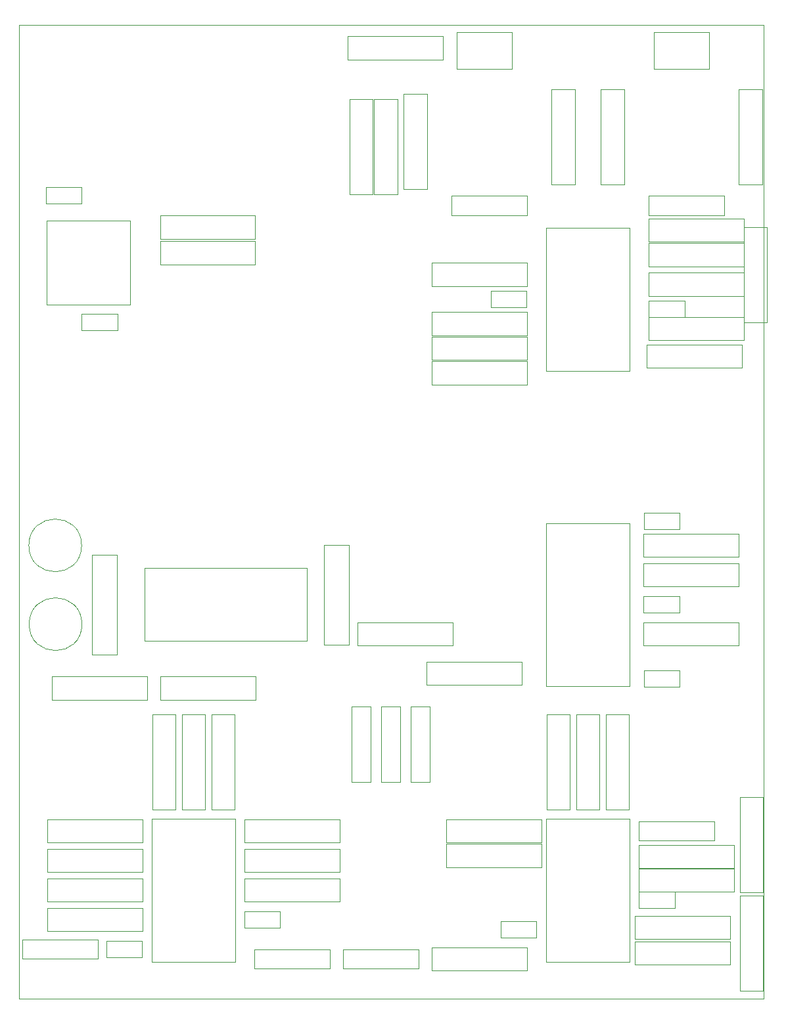
<source format=gbr>
%TF.GenerationSoftware,KiCad,Pcbnew,(5.1.9)-1*%
%TF.CreationDate,2021-10-01T12:29:47+01:00*%
%TF.ProjectId,KOSMOS Function Generator,4b4f534d-4f53-4204-9675-6e6374696f6e,rev?*%
%TF.SameCoordinates,Original*%
%TF.FileFunction,Other,User*%
%FSLAX46Y46*%
G04 Gerber Fmt 4.6, Leading zero omitted, Abs format (unit mm)*
G04 Created by KiCad (PCBNEW (5.1.9)-1) date 2021-10-01 12:29:47*
%MOMM*%
%LPD*%
G01*
G04 APERTURE LIST*
%TA.AperFunction,Profile*%
%ADD10C,0.050000*%
%TD*%
%ADD11C,0.050000*%
G04 APERTURE END LIST*
D10*
X19430000Y-142240000D02*
X19430000Y-16680000D01*
X115400000Y-142240000D02*
X19430000Y-142240000D01*
X115400000Y-16680000D02*
X115400000Y-142240000D01*
X19430000Y-16680000D02*
X115400000Y-16680000D01*
D11*
%TO.C,R45*%
X63085000Y-96750000D02*
X63085000Y-93750000D01*
X63085000Y-93750000D02*
X75345000Y-93750000D01*
X75345000Y-93750000D02*
X75345000Y-96750000D01*
X75345000Y-96750000D02*
X63085000Y-96750000D01*
%TO.C,R25*%
X91035000Y-24985000D02*
X91035000Y-37245000D01*
X88035000Y-24985000D02*
X91035000Y-24985000D01*
X88035000Y-37245000D02*
X88035000Y-24985000D01*
X91035000Y-37245000D02*
X88035000Y-37245000D01*
%TO.C,R21*%
X112800000Y-42765000D02*
X115800000Y-42765000D01*
X115800000Y-42765000D02*
X115800000Y-55025000D01*
X115800000Y-55025000D02*
X112800000Y-55025000D01*
X112800000Y-55025000D02*
X112800000Y-42765000D01*
%TO.C,R1*%
X48480000Y-122150000D02*
X48480000Y-119150000D01*
X48480000Y-119150000D02*
X60740000Y-119150000D01*
X60740000Y-119150000D02*
X60740000Y-122150000D01*
X60740000Y-122150000D02*
X48480000Y-122150000D01*
%TO.C,C1*%
X27550000Y-93980000D02*
G75*
G03*
X27550000Y-93980000I-3400000J0D01*
G01*
%TO.C,C2*%
X27510000Y-83820000D02*
G75*
G03*
X27510000Y-83820000I-3400000J0D01*
G01*
%TO.C,C3*%
X99320000Y-128490000D02*
X103920000Y-128490000D01*
X99320000Y-130590000D02*
X99320000Y-128490000D01*
X103920000Y-130590000D02*
X99320000Y-130590000D01*
X103920000Y-128490000D02*
X103920000Y-130590000D01*
%TO.C,C4*%
X48480000Y-133130000D02*
X48480000Y-131030000D01*
X48480000Y-131030000D02*
X53080000Y-131030000D01*
X53080000Y-131030000D02*
X53080000Y-133130000D01*
X53080000Y-133130000D02*
X48480000Y-133130000D01*
%TO.C,C5*%
X100590000Y-52290000D02*
X105190000Y-52290000D01*
X100590000Y-54390000D02*
X100590000Y-52290000D01*
X105190000Y-54390000D02*
X100590000Y-54390000D01*
X105190000Y-52290000D02*
X105190000Y-54390000D01*
%TO.C,C6*%
X81500000Y-134400000D02*
X81500000Y-132300000D01*
X81500000Y-132300000D02*
X86100000Y-132300000D01*
X86100000Y-132300000D02*
X86100000Y-134400000D01*
X86100000Y-134400000D02*
X81500000Y-134400000D01*
%TO.C,C7*%
X35300000Y-136940000D02*
X30700000Y-136940000D01*
X35300000Y-134840000D02*
X35300000Y-136940000D01*
X30700000Y-134840000D02*
X35300000Y-134840000D01*
X30700000Y-136940000D02*
X30700000Y-134840000D01*
%TO.C,C8*%
X84830000Y-53120000D02*
X80230000Y-53120000D01*
X84830000Y-51020000D02*
X84830000Y-53120000D01*
X80230000Y-51020000D02*
X84830000Y-51020000D01*
X80230000Y-53120000D02*
X80230000Y-51020000D01*
%TO.C,C9*%
X99915000Y-92490000D02*
X99915000Y-90390000D01*
X99915000Y-90390000D02*
X104515000Y-90390000D01*
X104515000Y-90390000D02*
X104515000Y-92490000D01*
X104515000Y-92490000D02*
X99915000Y-92490000D01*
%TO.C,C10*%
X104555000Y-99915000D02*
X104555000Y-102015000D01*
X104555000Y-102015000D02*
X99955000Y-102015000D01*
X99955000Y-102015000D02*
X99955000Y-99915000D01*
X99955000Y-99915000D02*
X104555000Y-99915000D01*
%TO.C,C11*%
X99955000Y-79595000D02*
X104555000Y-79595000D01*
X99955000Y-81695000D02*
X99955000Y-79595000D01*
X104555000Y-81695000D02*
X99955000Y-81695000D01*
X104555000Y-79595000D02*
X104555000Y-81695000D01*
%TO.C,D1*%
X61925000Y-83740000D02*
X61925000Y-96600000D01*
X58725000Y-83740000D02*
X61925000Y-83740000D01*
X58725000Y-96600000D02*
X58725000Y-83740000D01*
X61925000Y-96600000D02*
X58725000Y-96600000D01*
%TO.C,D2*%
X68560000Y-104614000D02*
X68560000Y-114334000D01*
X66060000Y-104614000D02*
X68560000Y-104614000D01*
X66060000Y-114334000D02*
X66060000Y-104614000D01*
X68560000Y-114334000D02*
X66060000Y-114334000D01*
%TO.C,D3*%
X99280000Y-121900000D02*
X99280000Y-119400000D01*
X99280000Y-119400000D02*
X109000000Y-119400000D01*
X109000000Y-119400000D02*
X109000000Y-121900000D01*
X109000000Y-121900000D02*
X99280000Y-121900000D01*
%TO.C,D4*%
X72370000Y-114334000D02*
X69870000Y-114334000D01*
X69870000Y-114334000D02*
X69870000Y-104614000D01*
X69870000Y-104614000D02*
X72370000Y-104614000D01*
X72370000Y-104614000D02*
X72370000Y-114334000D01*
%TO.C,D5*%
X28880000Y-85010000D02*
X32080000Y-85010000D01*
X32080000Y-85010000D02*
X32080000Y-97870000D01*
X32080000Y-97870000D02*
X28880000Y-97870000D01*
X28880000Y-97870000D02*
X28880000Y-85010000D01*
%TO.C,D6*%
X100550000Y-41255000D02*
X100550000Y-38755000D01*
X100550000Y-38755000D02*
X110270000Y-38755000D01*
X110270000Y-38755000D02*
X110270000Y-41255000D01*
X110270000Y-41255000D02*
X100550000Y-41255000D01*
%TO.C,D7*%
X29625000Y-137140000D02*
X19905000Y-137140000D01*
X29625000Y-134640000D02*
X29625000Y-137140000D01*
X19905000Y-134640000D02*
X29625000Y-134640000D01*
X19905000Y-137140000D02*
X19905000Y-134640000D01*
%TO.C,D10*%
X84870000Y-38755000D02*
X84870000Y-41255000D01*
X84870000Y-41255000D02*
X75150000Y-41255000D01*
X75150000Y-41255000D02*
X75150000Y-38755000D01*
X75150000Y-38755000D02*
X84870000Y-38755000D01*
%TO.C,D11*%
X64750000Y-104614000D02*
X64750000Y-114334000D01*
X62250000Y-104614000D02*
X64750000Y-104614000D01*
X62250000Y-114334000D02*
X62250000Y-104614000D01*
X64750000Y-114334000D02*
X62250000Y-114334000D01*
%TO.C,D12*%
X61180000Y-138410000D02*
X61180000Y-135910000D01*
X61180000Y-135910000D02*
X70900000Y-135910000D01*
X70900000Y-135910000D02*
X70900000Y-138410000D01*
X70900000Y-138410000D02*
X61180000Y-138410000D01*
%TO.C,D13*%
X49750000Y-135910000D02*
X59470000Y-135910000D01*
X49750000Y-138410000D02*
X49750000Y-135910000D01*
X59470000Y-138410000D02*
X49750000Y-138410000D01*
X59470000Y-135910000D02*
X59470000Y-138410000D01*
%TO.C,J1*%
X35660000Y-86760000D02*
X35660000Y-96120000D01*
X56520000Y-86760000D02*
X35660000Y-86760000D01*
X56520000Y-96120000D02*
X56520000Y-86760000D01*
X35660000Y-96120000D02*
X56520000Y-96120000D01*
%TO.C,Q1*%
X82925000Y-17675000D02*
X75825000Y-17675000D01*
X82925000Y-17675000D02*
X82925000Y-22415000D01*
X75825000Y-22415000D02*
X75825000Y-17675000D01*
X75825000Y-22415000D02*
X82925000Y-22415000D01*
%TO.C,Q2*%
X101225000Y-22415000D02*
X108325000Y-22415000D01*
X101225000Y-22415000D02*
X101225000Y-17675000D01*
X108325000Y-17675000D02*
X108325000Y-22415000D01*
X108325000Y-17675000D02*
X101225000Y-17675000D01*
%TO.C,R2*%
X111032000Y-131596000D02*
X111032000Y-134596000D01*
X111032000Y-134596000D02*
X98772000Y-134596000D01*
X98772000Y-134596000D02*
X98772000Y-131596000D01*
X98772000Y-131596000D02*
X111032000Y-131596000D01*
%TO.C,R3*%
X99280000Y-125452000D02*
X99280000Y-122452000D01*
X99280000Y-122452000D02*
X111540000Y-122452000D01*
X111540000Y-122452000D02*
X111540000Y-125452000D01*
X111540000Y-125452000D02*
X99280000Y-125452000D01*
%TO.C,R4*%
X111032000Y-137898000D02*
X98772000Y-137898000D01*
X111032000Y-134898000D02*
X111032000Y-137898000D01*
X98772000Y-134898000D02*
X111032000Y-134898000D01*
X98772000Y-137898000D02*
X98772000Y-134898000D01*
%TO.C,R5*%
X48480000Y-125960000D02*
X48480000Y-122960000D01*
X48480000Y-122960000D02*
X60740000Y-122960000D01*
X60740000Y-122960000D02*
X60740000Y-125960000D01*
X60740000Y-125960000D02*
X48480000Y-125960000D01*
%TO.C,R6*%
X112292000Y-128998000D02*
X115292000Y-128998000D01*
X115292000Y-128998000D02*
X115292000Y-141258000D01*
X115292000Y-141258000D02*
X112292000Y-141258000D01*
X112292000Y-141258000D02*
X112292000Y-128998000D01*
%TO.C,R7*%
X112292000Y-128558000D02*
X112292000Y-116298000D01*
X115292000Y-128558000D02*
X112292000Y-128558000D01*
X115292000Y-116298000D02*
X115292000Y-128558000D01*
X112292000Y-116298000D02*
X115292000Y-116298000D01*
%TO.C,R8*%
X99280000Y-128500000D02*
X99280000Y-125500000D01*
X99280000Y-125500000D02*
X111540000Y-125500000D01*
X111540000Y-125500000D02*
X111540000Y-128500000D01*
X111540000Y-128500000D02*
X99280000Y-128500000D01*
%TO.C,R9*%
X60740000Y-129770000D02*
X48480000Y-129770000D01*
X60740000Y-126770000D02*
X60740000Y-129770000D01*
X48480000Y-126770000D02*
X60740000Y-126770000D01*
X48480000Y-129770000D02*
X48480000Y-126770000D01*
%TO.C,R10*%
X87400000Y-105630000D02*
X90400000Y-105630000D01*
X90400000Y-105630000D02*
X90400000Y-117890000D01*
X90400000Y-117890000D02*
X87400000Y-117890000D01*
X87400000Y-117890000D02*
X87400000Y-105630000D01*
%TO.C,R11*%
X44220000Y-117890000D02*
X44220000Y-105630000D01*
X47220000Y-117890000D02*
X44220000Y-117890000D01*
X47220000Y-105630000D02*
X47220000Y-117890000D01*
X44220000Y-105630000D02*
X47220000Y-105630000D01*
%TO.C,R12*%
X100550000Y-41680000D02*
X112810000Y-41680000D01*
X100550000Y-44680000D02*
X100550000Y-41680000D01*
X112810000Y-44680000D02*
X100550000Y-44680000D01*
X112810000Y-41680000D02*
X112810000Y-44680000D01*
%TO.C,R13*%
X112556000Y-60936000D02*
X100296000Y-60936000D01*
X112556000Y-57936000D02*
X112556000Y-60936000D01*
X100296000Y-57936000D02*
X112556000Y-57936000D01*
X100296000Y-60936000D02*
X100296000Y-57936000D01*
%TO.C,R14*%
X94210000Y-105630000D02*
X94210000Y-117890000D01*
X91210000Y-105630000D02*
X94210000Y-105630000D01*
X91210000Y-117890000D02*
X91210000Y-105630000D01*
X94210000Y-117890000D02*
X91210000Y-117890000D01*
%TO.C,R15*%
X43410000Y-105630000D02*
X43410000Y-117890000D01*
X40410000Y-105630000D02*
X43410000Y-105630000D01*
X40410000Y-117890000D02*
X40410000Y-105630000D01*
X43410000Y-117890000D02*
X40410000Y-117890000D01*
%TO.C,R16*%
X100550000Y-47855000D02*
X100550000Y-44855000D01*
X100550000Y-44855000D02*
X112810000Y-44855000D01*
X112810000Y-44855000D02*
X112810000Y-47855000D01*
X112810000Y-47855000D02*
X100550000Y-47855000D01*
%TO.C,R17*%
X100550000Y-57380000D02*
X100550000Y-54380000D01*
X100550000Y-54380000D02*
X112810000Y-54380000D01*
X112810000Y-54380000D02*
X112810000Y-57380000D01*
X112810000Y-57380000D02*
X100550000Y-57380000D01*
%TO.C,R18*%
X112810000Y-51665000D02*
X100550000Y-51665000D01*
X112810000Y-48665000D02*
X112810000Y-51665000D01*
X100550000Y-48665000D02*
X112810000Y-48665000D01*
X100550000Y-51665000D02*
X100550000Y-48665000D01*
%TO.C,R19*%
X98020000Y-117890000D02*
X95020000Y-117890000D01*
X95020000Y-117890000D02*
X95020000Y-105630000D01*
X95020000Y-105630000D02*
X98020000Y-105630000D01*
X98020000Y-105630000D02*
X98020000Y-117890000D01*
%TO.C,R20*%
X39600000Y-117890000D02*
X36600000Y-117890000D01*
X36600000Y-117890000D02*
X36600000Y-105630000D01*
X36600000Y-105630000D02*
X39600000Y-105630000D01*
X39600000Y-105630000D02*
X39600000Y-117890000D01*
%TO.C,R22*%
X35340000Y-122960000D02*
X35340000Y-125960000D01*
X35340000Y-125960000D02*
X23080000Y-125960000D01*
X23080000Y-125960000D02*
X23080000Y-122960000D01*
X23080000Y-122960000D02*
X35340000Y-122960000D01*
%TO.C,R23*%
X23080000Y-122150000D02*
X23080000Y-119150000D01*
X23080000Y-119150000D02*
X35340000Y-119150000D01*
X35340000Y-119150000D02*
X35340000Y-122150000D01*
X35340000Y-122150000D02*
X23080000Y-122150000D01*
%TO.C,R24*%
X74515000Y-119150000D02*
X86775000Y-119150000D01*
X74515000Y-122150000D02*
X74515000Y-119150000D01*
X86775000Y-122150000D02*
X74515000Y-122150000D01*
X86775000Y-119150000D02*
X86775000Y-122150000D01*
%TO.C,R26*%
X23080000Y-130580000D02*
X35340000Y-130580000D01*
X23080000Y-133580000D02*
X23080000Y-130580000D01*
X35340000Y-133580000D02*
X23080000Y-133580000D01*
X35340000Y-130580000D02*
X35340000Y-133580000D01*
%TO.C,R27*%
X74515000Y-125325000D02*
X74515000Y-122325000D01*
X74515000Y-122325000D02*
X86775000Y-122325000D01*
X86775000Y-122325000D02*
X86775000Y-125325000D01*
X86775000Y-125325000D02*
X74515000Y-125325000D01*
%TO.C,R28*%
X35340000Y-129770000D02*
X23080000Y-129770000D01*
X35340000Y-126770000D02*
X35340000Y-129770000D01*
X23080000Y-126770000D02*
X35340000Y-126770000D01*
X23080000Y-129770000D02*
X23080000Y-126770000D01*
%TO.C,R29*%
X112175000Y-85320000D02*
X99915000Y-85320000D01*
X112175000Y-82320000D02*
X112175000Y-85320000D01*
X99915000Y-82320000D02*
X112175000Y-82320000D01*
X99915000Y-85320000D02*
X99915000Y-82320000D01*
%TO.C,R30*%
X84870000Y-138660000D02*
X72610000Y-138660000D01*
X84870000Y-135660000D02*
X84870000Y-138660000D01*
X72610000Y-135660000D02*
X84870000Y-135660000D01*
X72610000Y-138660000D02*
X72610000Y-135660000D01*
%TO.C,R31*%
X74075000Y-18185000D02*
X74075000Y-21185000D01*
X74075000Y-21185000D02*
X61815000Y-21185000D01*
X61815000Y-21185000D02*
X61815000Y-18185000D01*
X61815000Y-18185000D02*
X74075000Y-18185000D01*
%TO.C,R32*%
X115165000Y-37245000D02*
X112165000Y-37245000D01*
X112165000Y-37245000D02*
X112165000Y-24985000D01*
X112165000Y-24985000D02*
X115165000Y-24985000D01*
X115165000Y-24985000D02*
X115165000Y-37245000D01*
%TO.C,R33*%
X49945000Y-103735000D02*
X37685000Y-103735000D01*
X49945000Y-100735000D02*
X49945000Y-103735000D01*
X37685000Y-100735000D02*
X49945000Y-100735000D01*
X37685000Y-103735000D02*
X37685000Y-100735000D01*
%TO.C,R34*%
X35975000Y-103735000D02*
X23715000Y-103735000D01*
X35975000Y-100735000D02*
X35975000Y-103735000D01*
X23715000Y-100735000D02*
X35975000Y-100735000D01*
X23715000Y-103735000D02*
X23715000Y-100735000D01*
%TO.C,R35*%
X99915000Y-89130000D02*
X99915000Y-86130000D01*
X99915000Y-86130000D02*
X112175000Y-86130000D01*
X112175000Y-86130000D02*
X112175000Y-89130000D01*
X112175000Y-89130000D02*
X99915000Y-89130000D01*
%TO.C,R36*%
X62000000Y-26255000D02*
X65000000Y-26255000D01*
X65000000Y-26255000D02*
X65000000Y-38515000D01*
X65000000Y-38515000D02*
X62000000Y-38515000D01*
X62000000Y-38515000D02*
X62000000Y-26255000D01*
%TO.C,R37*%
X68175000Y-26255000D02*
X68175000Y-38515000D01*
X65175000Y-26255000D02*
X68175000Y-26255000D01*
X65175000Y-38515000D02*
X65175000Y-26255000D01*
X68175000Y-38515000D02*
X65175000Y-38515000D01*
%TO.C,R38*%
X94385000Y-24985000D02*
X97385000Y-24985000D01*
X97385000Y-24985000D02*
X97385000Y-37245000D01*
X97385000Y-37245000D02*
X94385000Y-37245000D01*
X94385000Y-37245000D02*
X94385000Y-24985000D01*
%TO.C,R39*%
X71985000Y-25620000D02*
X71985000Y-37880000D01*
X68985000Y-25620000D02*
X71985000Y-25620000D01*
X68985000Y-37880000D02*
X68985000Y-25620000D01*
X71985000Y-37880000D02*
X68985000Y-37880000D01*
%TO.C,R40*%
X72610000Y-59920000D02*
X72610000Y-56920000D01*
X72610000Y-56920000D02*
X84870000Y-56920000D01*
X84870000Y-56920000D02*
X84870000Y-59920000D01*
X84870000Y-59920000D02*
X72610000Y-59920000D01*
%TO.C,R41*%
X72610000Y-53745000D02*
X84870000Y-53745000D01*
X72610000Y-56745000D02*
X72610000Y-53745000D01*
X84870000Y-56745000D02*
X72610000Y-56745000D01*
X84870000Y-53745000D02*
X84870000Y-56745000D01*
%TO.C,R42*%
X84870000Y-63095000D02*
X72610000Y-63095000D01*
X84870000Y-60095000D02*
X84870000Y-63095000D01*
X72610000Y-60095000D02*
X84870000Y-60095000D01*
X72610000Y-63095000D02*
X72610000Y-60095000D01*
%TO.C,R43*%
X72610000Y-50395000D02*
X72610000Y-47395000D01*
X72610000Y-47395000D02*
X84870000Y-47395000D01*
X84870000Y-47395000D02*
X84870000Y-50395000D01*
X84870000Y-50395000D02*
X72610000Y-50395000D01*
%TO.C,R44*%
X112175000Y-96750000D02*
X99915000Y-96750000D01*
X112175000Y-93750000D02*
X112175000Y-96750000D01*
X99915000Y-93750000D02*
X112175000Y-93750000D01*
X99915000Y-96750000D02*
X99915000Y-93750000D01*
%TO.C,R46*%
X71975000Y-101830000D02*
X71975000Y-98830000D01*
X71975000Y-98830000D02*
X84235000Y-98830000D01*
X84235000Y-98830000D02*
X84235000Y-101830000D01*
X84235000Y-101830000D02*
X71975000Y-101830000D01*
%TO.C,U1*%
X87370000Y-119050000D02*
X98070000Y-119050000D01*
X87370000Y-137500000D02*
X87370000Y-119050000D01*
X98070000Y-137500000D02*
X87370000Y-137500000D01*
X98070000Y-119050000D02*
X98070000Y-137500000D01*
%TO.C,U2*%
X47270000Y-119050000D02*
X47270000Y-137500000D01*
X47270000Y-137500000D02*
X36570000Y-137500000D01*
X36570000Y-137500000D02*
X36570000Y-119050000D01*
X36570000Y-119050000D02*
X47270000Y-119050000D01*
%TO.C,U3*%
X98070000Y-42850000D02*
X98070000Y-61300000D01*
X98070000Y-61300000D02*
X87370000Y-61300000D01*
X87370000Y-61300000D02*
X87370000Y-42850000D01*
X87370000Y-42850000D02*
X98070000Y-42850000D01*
%TO.C,U4*%
X87370000Y-80950000D02*
X98070000Y-80950000D01*
X87370000Y-101950000D02*
X87370000Y-80950000D01*
X98070000Y-101950000D02*
X87370000Y-101950000D01*
X98070000Y-80950000D02*
X98070000Y-101950000D01*
%TO.C,C12*%
X27525000Y-56041000D02*
X27525000Y-53941000D01*
X27525000Y-53941000D02*
X32125000Y-53941000D01*
X32125000Y-53941000D02*
X32125000Y-56041000D01*
X32125000Y-56041000D02*
X27525000Y-56041000D01*
%TO.C,C13*%
X27489500Y-39721500D02*
X22889500Y-39721500D01*
X27489500Y-37621500D02*
X27489500Y-39721500D01*
X22889500Y-37621500D02*
X27489500Y-37621500D01*
X22889500Y-39721500D02*
X22889500Y-37621500D01*
%TO.C,R47*%
X49881500Y-41299000D02*
X49881500Y-44299000D01*
X49881500Y-44299000D02*
X37621500Y-44299000D01*
X37621500Y-44299000D02*
X37621500Y-41299000D01*
X37621500Y-41299000D02*
X49881500Y-41299000D01*
%TO.C,R48*%
X49881500Y-47601000D02*
X37621500Y-47601000D01*
X49881500Y-44601000D02*
X49881500Y-47601000D01*
X37621500Y-44601000D02*
X49881500Y-44601000D01*
X37621500Y-47601000D02*
X37621500Y-44601000D01*
%TO.C,U5*%
X33744500Y-41961000D02*
X33744500Y-52761000D01*
X33744500Y-52761000D02*
X23044500Y-52761000D01*
X23044500Y-52761000D02*
X23044500Y-41961000D01*
X23044500Y-41961000D02*
X33744500Y-41961000D01*
%TD*%
M02*

</source>
